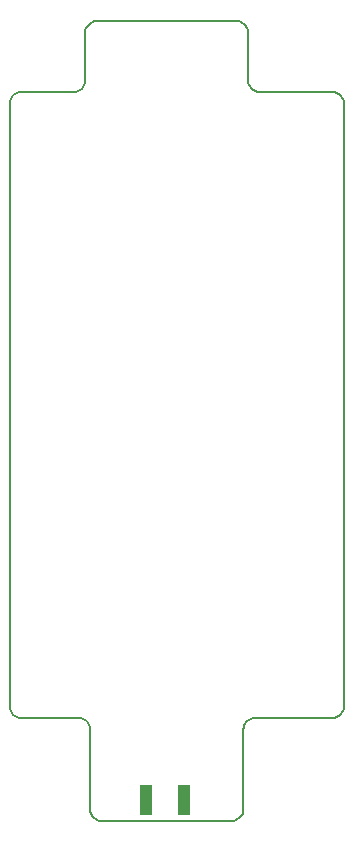
<source format=gbr>
G04 PROTEUS RS274X GERBER FILE*
%FSLAX45Y45*%
%MOMM*%
G01*
%ADD14R,1.016000X2.540000*%
%ADD23C,0.203200*%
D14*
X-133500Y-3273800D03*
X+184000Y-3273800D03*
D23*
X-610000Y-3352045D02*
X-608010Y-3372492D01*
X-602285Y-3391400D01*
X-581094Y-3423139D01*
X-549356Y-3444330D01*
X-530447Y-3450055D01*
X-510000Y-3452045D01*
X-610000Y-3352045D02*
X-610000Y-2682045D01*
X-611990Y-2661598D01*
X-617715Y-2642690D01*
X-638906Y-2610951D01*
X-670644Y-2589760D01*
X-689553Y-2584035D01*
X-710000Y-2582045D01*
X-1190000Y-2582045D01*
X-1290000Y-2482045D02*
X-1288010Y-2502492D01*
X-1282285Y-2521400D01*
X-1261094Y-2553139D01*
X-1229356Y-2574330D01*
X-1210447Y-2580055D01*
X-1190000Y-2582045D01*
X-1290000Y-2482045D02*
X-1290000Y+2617964D01*
X-1288010Y+2638411D01*
X-1282285Y+2657319D01*
X-1261094Y+2689058D01*
X-1229356Y+2710249D01*
X-1210447Y+2715974D01*
X-1190000Y+2717964D01*
X-750000Y+2717964D01*
X-650000Y+2817964D02*
X-651990Y+2797517D01*
X-657715Y+2778609D01*
X-678906Y+2746870D01*
X-710644Y+2725679D01*
X-729553Y+2719954D01*
X-750000Y+2717964D01*
X-650000Y+2817964D02*
X-650000Y+3218300D01*
X-648010Y+3238747D01*
X-642285Y+3257655D01*
X-621094Y+3289394D01*
X-589356Y+3310585D01*
X-570447Y+3316310D01*
X-550000Y+3318300D01*
X+630000Y+3318300D01*
X+730000Y+3218300D02*
X+728010Y+3238747D01*
X+722285Y+3257655D01*
X+701094Y+3289394D01*
X+669356Y+3310585D01*
X+650447Y+3316310D01*
X+630000Y+3318300D01*
X+730000Y+3218300D02*
X+730000Y+2817964D01*
X+731990Y+2797517D01*
X+737715Y+2778609D01*
X+758906Y+2746870D01*
X+790644Y+2725679D01*
X+809553Y+2719954D01*
X+830000Y+2717964D01*
X+1440000Y+2717964D01*
X+1540000Y+2617964D02*
X+1538010Y+2638411D01*
X+1532285Y+2657319D01*
X+1511094Y+2689058D01*
X+1479356Y+2710249D01*
X+1460447Y+2715974D01*
X+1440000Y+2717964D01*
X+1540000Y+2617964D02*
X+1540000Y-2482045D01*
X+1538010Y-2502492D01*
X+1532285Y-2521400D01*
X+1511094Y-2553139D01*
X+1479356Y-2574330D01*
X+1460447Y-2580055D01*
X+1440000Y-2582045D01*
X+790000Y-2582045D01*
X+690000Y-2682045D02*
X+691990Y-2661598D01*
X+697715Y-2642690D01*
X+718906Y-2610951D01*
X+750644Y-2589760D01*
X+769553Y-2584035D01*
X+790000Y-2582045D01*
X+690000Y-2682045D02*
X+690000Y-3352045D01*
X+688010Y-3372492D01*
X+682285Y-3391400D01*
X+661094Y-3423139D01*
X+629356Y-3444330D01*
X+610447Y-3450055D01*
X+590000Y-3452045D01*
X+302500Y-3452045D01*
X-222500Y-3452045D02*
X-510000Y-3452045D01*
X+302500Y-3452045D02*
X-222500Y-3452045D01*
M02*

</source>
